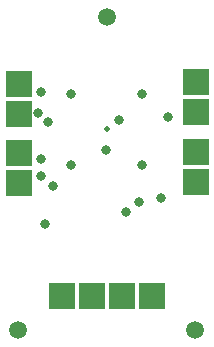
<source format=gbs>
G04 #@! TF.GenerationSoftware,KiCad,Pcbnew,7.0.1-3b83917a11~172~ubuntu22.04.1*
G04 #@! TF.CreationDate,2023-07-24T14:11:42+02:00*
G04 #@! TF.ProjectId,mag_touch2x2,6d61675f-746f-4756-9368-3278322e6b69,rev?*
G04 #@! TF.SameCoordinates,Original*
G04 #@! TF.FileFunction,Soldermask,Bot*
G04 #@! TF.FilePolarity,Negative*
%FSLAX46Y46*%
G04 Gerber Fmt 4.6, Leading zero omitted, Abs format (unit mm)*
G04 Created by KiCad (PCBNEW 7.0.1-3b83917a11~172~ubuntu22.04.1) date 2023-07-24 14:11:42*
%MOMM*%
%LPD*%
G01*
G04 APERTURE LIST*
%ADD10C,0.500000*%
%ADD11C,1.500000*%
%ADD12R,2.286000X2.286000*%
%ADD13C,0.800000*%
G04 APERTURE END LIST*
D10*
X25000000Y-46000000D03*
D11*
X17500000Y-63000000D03*
X32500000Y-62992000D03*
X25000000Y-36540000D03*
D12*
X32512000Y-44540000D03*
X32512000Y-42000000D03*
X17526000Y-50600000D03*
X17526000Y-48060000D03*
X28810000Y-60100000D03*
X26270000Y-60100000D03*
X23730000Y-60100000D03*
X21190000Y-60100000D03*
X17526000Y-44704000D03*
X17526000Y-42164000D03*
X32512000Y-50470000D03*
X32512000Y-47930000D03*
D13*
X28000000Y-43000000D03*
X28000000Y-49000000D03*
X22000000Y-49000000D03*
X22000000Y-43000000D03*
X19800000Y-54000000D03*
X29600000Y-51800000D03*
X30200000Y-45000500D03*
X19443000Y-48499500D03*
X19386562Y-42829500D03*
X24892000Y-47752000D03*
X26600000Y-53000000D03*
X19200000Y-44600000D03*
X19400000Y-50000000D03*
X20000000Y-45400000D03*
X20400000Y-50800000D03*
X27677511Y-52167561D03*
X26000000Y-45200000D03*
M02*

</source>
